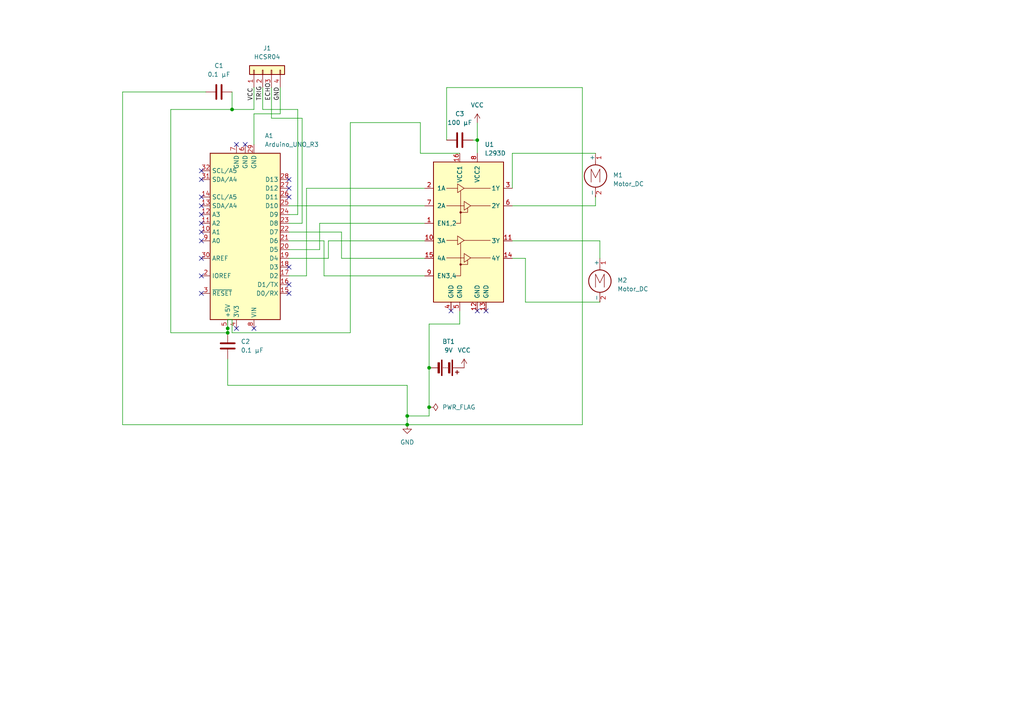
<source format=kicad_sch>
(kicad_sch
	(version 20250114)
	(generator "eeschema")
	(generator_version "9.0")
	(uuid "d237b991-5273-40aa-a3e5-4988e1fc2741")
	(paper "A4")
	(lib_symbols
		(symbol "Connector_Generic:Conn_01x04"
			(pin_names
				(offset 1.016)
				(hide yes)
			)
			(exclude_from_sim no)
			(in_bom yes)
			(on_board yes)
			(property "Reference" "J"
				(at 0 5.08 0)
				(effects
					(font
						(size 1.27 1.27)
					)
				)
			)
			(property "Value" "Conn_01x04"
				(at 0 -7.62 0)
				(effects
					(font
						(size 1.27 1.27)
					)
				)
			)
			(property "Footprint" ""
				(at 0 0 0)
				(effects
					(font
						(size 1.27 1.27)
					)
					(hide yes)
				)
			)
			(property "Datasheet" "~"
				(at 0 0 0)
				(effects
					(font
						(size 1.27 1.27)
					)
					(hide yes)
				)
			)
			(property "Description" "Generic connector, single row, 01x04, script generated (kicad-library-utils/schlib/autogen/connector/)"
				(at 0 0 0)
				(effects
					(font
						(size 1.27 1.27)
					)
					(hide yes)
				)
			)
			(property "ki_keywords" "connector"
				(at 0 0 0)
				(effects
					(font
						(size 1.27 1.27)
					)
					(hide yes)
				)
			)
			(property "ki_fp_filters" "Connector*:*_1x??_*"
				(at 0 0 0)
				(effects
					(font
						(size 1.27 1.27)
					)
					(hide yes)
				)
			)
			(symbol "Conn_01x04_1_1"
				(rectangle
					(start -1.27 3.81)
					(end 1.27 -6.35)
					(stroke
						(width 0.254)
						(type default)
					)
					(fill
						(type background)
					)
				)
				(rectangle
					(start -1.27 2.667)
					(end 0 2.413)
					(stroke
						(width 0.1524)
						(type default)
					)
					(fill
						(type none)
					)
				)
				(rectangle
					(start -1.27 0.127)
					(end 0 -0.127)
					(stroke
						(width 0.1524)
						(type default)
					)
					(fill
						(type none)
					)
				)
				(rectangle
					(start -1.27 -2.413)
					(end 0 -2.667)
					(stroke
						(width 0.1524)
						(type default)
					)
					(fill
						(type none)
					)
				)
				(rectangle
					(start -1.27 -4.953)
					(end 0 -5.207)
					(stroke
						(width 0.1524)
						(type default)
					)
					(fill
						(type none)
					)
				)
				(pin passive line
					(at -5.08 2.54 0)
					(length 3.81)
					(name "Pin_1"
						(effects
							(font
								(size 1.27 1.27)
							)
						)
					)
					(number "1"
						(effects
							(font
								(size 1.27 1.27)
							)
						)
					)
				)
				(pin passive line
					(at -5.08 0 0)
					(length 3.81)
					(name "Pin_2"
						(effects
							(font
								(size 1.27 1.27)
							)
						)
					)
					(number "2"
						(effects
							(font
								(size 1.27 1.27)
							)
						)
					)
				)
				(pin passive line
					(at -5.08 -2.54 0)
					(length 3.81)
					(name "Pin_3"
						(effects
							(font
								(size 1.27 1.27)
							)
						)
					)
					(number "3"
						(effects
							(font
								(size 1.27 1.27)
							)
						)
					)
				)
				(pin passive line
					(at -5.08 -5.08 0)
					(length 3.81)
					(name "Pin_4"
						(effects
							(font
								(size 1.27 1.27)
							)
						)
					)
					(number "4"
						(effects
							(font
								(size 1.27 1.27)
							)
						)
					)
				)
			)
			(embedded_fonts no)
		)
		(symbol "Device:Battery"
			(pin_numbers
				(hide yes)
			)
			(pin_names
				(offset 0)
				(hide yes)
			)
			(exclude_from_sim no)
			(in_bom yes)
			(on_board yes)
			(property "Reference" "BT"
				(at 2.54 2.54 0)
				(effects
					(font
						(size 1.27 1.27)
					)
					(justify left)
				)
			)
			(property "Value" "Battery"
				(at 2.54 0 0)
				(effects
					(font
						(size 1.27 1.27)
					)
					(justify left)
				)
			)
			(property "Footprint" ""
				(at 0 1.524 90)
				(effects
					(font
						(size 1.27 1.27)
					)
					(hide yes)
				)
			)
			(property "Datasheet" "~"
				(at 0 1.524 90)
				(effects
					(font
						(size 1.27 1.27)
					)
					(hide yes)
				)
			)
			(property "Description" "Multiple-cell battery"
				(at 0 0 0)
				(effects
					(font
						(size 1.27 1.27)
					)
					(hide yes)
				)
			)
			(property "ki_keywords" "batt voltage-source cell"
				(at 0 0 0)
				(effects
					(font
						(size 1.27 1.27)
					)
					(hide yes)
				)
			)
			(symbol "Battery_0_1"
				(rectangle
					(start -2.286 1.778)
					(end 2.286 1.524)
					(stroke
						(width 0)
						(type default)
					)
					(fill
						(type outline)
					)
				)
				(rectangle
					(start -2.286 -1.27)
					(end 2.286 -1.524)
					(stroke
						(width 0)
						(type default)
					)
					(fill
						(type outline)
					)
				)
				(rectangle
					(start -1.524 1.016)
					(end 1.524 0.508)
					(stroke
						(width 0)
						(type default)
					)
					(fill
						(type outline)
					)
				)
				(rectangle
					(start -1.524 -2.032)
					(end 1.524 -2.54)
					(stroke
						(width 0)
						(type default)
					)
					(fill
						(type outline)
					)
				)
				(polyline
					(pts
						(xy 0 1.778) (xy 0 2.54)
					)
					(stroke
						(width 0)
						(type default)
					)
					(fill
						(type none)
					)
				)
				(polyline
					(pts
						(xy 0 0) (xy 0 0.254)
					)
					(stroke
						(width 0)
						(type default)
					)
					(fill
						(type none)
					)
				)
				(polyline
					(pts
						(xy 0 -0.508) (xy 0 -0.254)
					)
					(stroke
						(width 0)
						(type default)
					)
					(fill
						(type none)
					)
				)
				(polyline
					(pts
						(xy 0 -1.016) (xy 0 -0.762)
					)
					(stroke
						(width 0)
						(type default)
					)
					(fill
						(type none)
					)
				)
				(polyline
					(pts
						(xy 0.762 3.048) (xy 1.778 3.048)
					)
					(stroke
						(width 0.254)
						(type default)
					)
					(fill
						(type none)
					)
				)
				(polyline
					(pts
						(xy 1.27 3.556) (xy 1.27 2.54)
					)
					(stroke
						(width 0.254)
						(type default)
					)
					(fill
						(type none)
					)
				)
			)
			(symbol "Battery_1_1"
				(pin passive line
					(at 0 5.08 270)
					(length 2.54)
					(name "+"
						(effects
							(font
								(size 1.27 1.27)
							)
						)
					)
					(number "1"
						(effects
							(font
								(size 1.27 1.27)
							)
						)
					)
				)
				(pin passive line
					(at 0 -5.08 90)
					(length 2.54)
					(name "-"
						(effects
							(font
								(size 1.27 1.27)
							)
						)
					)
					(number "2"
						(effects
							(font
								(size 1.27 1.27)
							)
						)
					)
				)
			)
			(embedded_fonts no)
		)
		(symbol "Device:C"
			(pin_numbers
				(hide yes)
			)
			(pin_names
				(offset 0.254)
			)
			(exclude_from_sim no)
			(in_bom yes)
			(on_board yes)
			(property "Reference" "C"
				(at 0.635 2.54 0)
				(effects
					(font
						(size 1.27 1.27)
					)
					(justify left)
				)
			)
			(property "Value" "C"
				(at 0.635 -2.54 0)
				(effects
					(font
						(size 1.27 1.27)
					)
					(justify left)
				)
			)
			(property "Footprint" ""
				(at 0.9652 -3.81 0)
				(effects
					(font
						(size 1.27 1.27)
					)
					(hide yes)
				)
			)
			(property "Datasheet" "~"
				(at 0 0 0)
				(effects
					(font
						(size 1.27 1.27)
					)
					(hide yes)
				)
			)
			(property "Description" "Unpolarized capacitor"
				(at 0 0 0)
				(effects
					(font
						(size 1.27 1.27)
					)
					(hide yes)
				)
			)
			(property "ki_keywords" "cap capacitor"
				(at 0 0 0)
				(effects
					(font
						(size 1.27 1.27)
					)
					(hide yes)
				)
			)
			(property "ki_fp_filters" "C_*"
				(at 0 0 0)
				(effects
					(font
						(size 1.27 1.27)
					)
					(hide yes)
				)
			)
			(symbol "C_0_1"
				(polyline
					(pts
						(xy -2.032 0.762) (xy 2.032 0.762)
					)
					(stroke
						(width 0.508)
						(type default)
					)
					(fill
						(type none)
					)
				)
				(polyline
					(pts
						(xy -2.032 -0.762) (xy 2.032 -0.762)
					)
					(stroke
						(width 0.508)
						(type default)
					)
					(fill
						(type none)
					)
				)
			)
			(symbol "C_1_1"
				(pin passive line
					(at 0 3.81 270)
					(length 2.794)
					(name "~"
						(effects
							(font
								(size 1.27 1.27)
							)
						)
					)
					(number "1"
						(effects
							(font
								(size 1.27 1.27)
							)
						)
					)
				)
				(pin passive line
					(at 0 -3.81 90)
					(length 2.794)
					(name "~"
						(effects
							(font
								(size 1.27 1.27)
							)
						)
					)
					(number "2"
						(effects
							(font
								(size 1.27 1.27)
							)
						)
					)
				)
			)
			(embedded_fonts no)
		)
		(symbol "Driver_Motor:L293D"
			(pin_names
				(offset 1.016)
			)
			(exclude_from_sim no)
			(in_bom yes)
			(on_board yes)
			(property "Reference" "U"
				(at -5.08 26.035 0)
				(effects
					(font
						(size 1.27 1.27)
					)
					(justify right)
				)
			)
			(property "Value" "L293D"
				(at -5.08 24.13 0)
				(effects
					(font
						(size 1.27 1.27)
					)
					(justify right)
				)
			)
			(property "Footprint" "Package_DIP:DIP-16_W7.62mm"
				(at 6.35 -19.05 0)
				(effects
					(font
						(size 1.27 1.27)
					)
					(justify left)
					(hide yes)
				)
			)
			(property "Datasheet" "http://www.ti.com/lit/ds/symlink/l293.pdf"
				(at -7.62 17.78 0)
				(effects
					(font
						(size 1.27 1.27)
					)
					(hide yes)
				)
			)
			(property "Description" "Quadruple Half-H Drivers"
				(at 0 0 0)
				(effects
					(font
						(size 1.27 1.27)
					)
					(hide yes)
				)
			)
			(property "ki_keywords" "Half-H Driver Motor"
				(at 0 0 0)
				(effects
					(font
						(size 1.27 1.27)
					)
					(hide yes)
				)
			)
			(property "ki_fp_filters" "DIP*W7.62mm*"
				(at 0 0 0)
				(effects
					(font
						(size 1.27 1.27)
					)
					(hide yes)
				)
			)
			(symbol "L293D_0_1"
				(rectangle
					(start -10.16 22.86)
					(end 10.16 -17.78)
					(stroke
						(width 0.254)
						(type default)
					)
					(fill
						(type background)
					)
				)
				(polyline
					(pts
						(xy -6.35 15.24) (xy -3.175 15.24)
					)
					(stroke
						(width 0)
						(type default)
					)
					(fill
						(type none)
					)
				)
				(polyline
					(pts
						(xy -6.35 10.16) (xy -1.27 10.16)
					)
					(stroke
						(width 0)
						(type default)
					)
					(fill
						(type none)
					)
				)
				(polyline
					(pts
						(xy -6.35 0.127) (xy -3.175 0.127)
					)
					(stroke
						(width 0)
						(type default)
					)
					(fill
						(type none)
					)
				)
				(polyline
					(pts
						(xy -6.35 -4.953) (xy -1.27 -4.953)
					)
					(stroke
						(width 0)
						(type default)
					)
					(fill
						(type none)
					)
				)
				(polyline
					(pts
						(xy -3.175 16.51) (xy -3.175 13.97) (xy -1.27 15.24) (xy -3.175 16.51)
					)
					(stroke
						(width 0)
						(type default)
					)
					(fill
						(type none)
					)
				)
				(polyline
					(pts
						(xy -3.175 1.397) (xy -3.175 -1.143) (xy -1.27 0.127) (xy -3.175 1.397)
					)
					(stroke
						(width 0)
						(type default)
					)
					(fill
						(type none)
					)
				)
				(polyline
					(pts
						(xy -2.286 14.478) (xy -2.286 5.08) (xy -3.556 5.08)
					)
					(stroke
						(width 0)
						(type default)
					)
					(fill
						(type none)
					)
				)
				(circle
					(center -2.286 8.255)
					(radius 0.254)
					(stroke
						(width 0)
						(type default)
					)
					(fill
						(type outline)
					)
				)
				(polyline
					(pts
						(xy -2.286 8.255) (xy -0.254 8.255) (xy -0.254 9.525)
					)
					(stroke
						(width 0)
						(type default)
					)
					(fill
						(type none)
					)
				)
				(polyline
					(pts
						(xy -2.286 -0.635) (xy -2.286 -10.16) (xy -3.556 -10.16)
					)
					(stroke
						(width 0)
						(type default)
					)
					(fill
						(type none)
					)
				)
				(circle
					(center -2.286 -6.858)
					(radius 0.254)
					(stroke
						(width 0)
						(type default)
					)
					(fill
						(type outline)
					)
				)
				(polyline
					(pts
						(xy -2.286 -6.858) (xy -0.254 -6.858) (xy -0.254 -5.588)
					)
					(stroke
						(width 0)
						(type default)
					)
					(fill
						(type none)
					)
				)
				(polyline
					(pts
						(xy -1.27 15.24) (xy 6.35 15.24)
					)
					(stroke
						(width 0)
						(type default)
					)
					(fill
						(type none)
					)
				)
				(polyline
					(pts
						(xy -1.27 11.43) (xy -1.27 8.89) (xy 0.635 10.16) (xy -1.27 11.43)
					)
					(stroke
						(width 0)
						(type default)
					)
					(fill
						(type none)
					)
				)
				(polyline
					(pts
						(xy -1.27 0.127) (xy 6.35 0.127)
					)
					(stroke
						(width 0)
						(type default)
					)
					(fill
						(type none)
					)
				)
				(polyline
					(pts
						(xy -1.27 -3.683) (xy -1.27 -6.223) (xy 0.635 -4.953) (xy -1.27 -3.683)
					)
					(stroke
						(width 0)
						(type default)
					)
					(fill
						(type none)
					)
				)
				(polyline
					(pts
						(xy 0.635 10.16) (xy 6.35 10.16)
					)
					(stroke
						(width 0)
						(type default)
					)
					(fill
						(type none)
					)
				)
				(polyline
					(pts
						(xy 0.635 -4.953) (xy 6.35 -4.953)
					)
					(stroke
						(width 0)
						(type default)
					)
					(fill
						(type none)
					)
				)
			)
			(symbol "L293D_1_1"
				(pin input line
					(at -12.7 15.24 0)
					(length 2.54)
					(name "1A"
						(effects
							(font
								(size 1.27 1.27)
							)
						)
					)
					(number "2"
						(effects
							(font
								(size 1.27 1.27)
							)
						)
					)
				)
				(pin input line
					(at -12.7 10.16 0)
					(length 2.54)
					(name "2A"
						(effects
							(font
								(size 1.27 1.27)
							)
						)
					)
					(number "7"
						(effects
							(font
								(size 1.27 1.27)
							)
						)
					)
				)
				(pin input line
					(at -12.7 5.08 0)
					(length 2.54)
					(name "EN1,2"
						(effects
							(font
								(size 1.27 1.27)
							)
						)
					)
					(number "1"
						(effects
							(font
								(size 1.27 1.27)
							)
						)
					)
				)
				(pin input line
					(at -12.7 0 0)
					(length 2.54)
					(name "3A"
						(effects
							(font
								(size 1.27 1.27)
							)
						)
					)
					(number "10"
						(effects
							(font
								(size 1.27 1.27)
							)
						)
					)
				)
				(pin input line
					(at -12.7 -5.08 0)
					(length 2.54)
					(name "4A"
						(effects
							(font
								(size 1.27 1.27)
							)
						)
					)
					(number "15"
						(effects
							(font
								(size 1.27 1.27)
							)
						)
					)
				)
				(pin input line
					(at -12.7 -10.16 0)
					(length 2.54)
					(name "EN3,4"
						(effects
							(font
								(size 1.27 1.27)
							)
						)
					)
					(number "9"
						(effects
							(font
								(size 1.27 1.27)
							)
						)
					)
				)
				(pin power_in line
					(at -5.08 -20.32 90)
					(length 2.54)
					(name "GND"
						(effects
							(font
								(size 1.27 1.27)
							)
						)
					)
					(number "4"
						(effects
							(font
								(size 1.27 1.27)
							)
						)
					)
				)
				(pin power_in line
					(at -2.54 25.4 270)
					(length 2.54)
					(name "VCC1"
						(effects
							(font
								(size 1.27 1.27)
							)
						)
					)
					(number "16"
						(effects
							(font
								(size 1.27 1.27)
							)
						)
					)
				)
				(pin power_in line
					(at -2.54 -20.32 90)
					(length 2.54)
					(name "GND"
						(effects
							(font
								(size 1.27 1.27)
							)
						)
					)
					(number "5"
						(effects
							(font
								(size 1.27 1.27)
							)
						)
					)
				)
				(pin power_in line
					(at 2.54 25.4 270)
					(length 2.54)
					(name "VCC2"
						(effects
							(font
								(size 1.27 1.27)
							)
						)
					)
					(number "8"
						(effects
							(font
								(size 1.27 1.27)
							)
						)
					)
				)
				(pin power_in line
					(at 2.54 -20.32 90)
					(length 2.54)
					(name "GND"
						(effects
							(font
								(size 1.27 1.27)
							)
						)
					)
					(number "12"
						(effects
							(font
								(size 1.27 1.27)
							)
						)
					)
				)
				(pin power_in line
					(at 5.08 -20.32 90)
					(length 2.54)
					(name "GND"
						(effects
							(font
								(size 1.27 1.27)
							)
						)
					)
					(number "13"
						(effects
							(font
								(size 1.27 1.27)
							)
						)
					)
				)
				(pin output line
					(at 12.7 15.24 180)
					(length 2.54)
					(name "1Y"
						(effects
							(font
								(size 1.27 1.27)
							)
						)
					)
					(number "3"
						(effects
							(font
								(size 1.27 1.27)
							)
						)
					)
				)
				(pin output line
					(at 12.7 10.16 180)
					(length 2.54)
					(name "2Y"
						(effects
							(font
								(size 1.27 1.27)
							)
						)
					)
					(number "6"
						(effects
							(font
								(size 1.27 1.27)
							)
						)
					)
				)
				(pin output line
					(at 12.7 0 180)
					(length 2.54)
					(name "3Y"
						(effects
							(font
								(size 1.27 1.27)
							)
						)
					)
					(number "11"
						(effects
							(font
								(size 1.27 1.27)
							)
						)
					)
				)
				(pin output line
					(at 12.7 -5.08 180)
					(length 2.54)
					(name "4Y"
						(effects
							(font
								(size 1.27 1.27)
							)
						)
					)
					(number "14"
						(effects
							(font
								(size 1.27 1.27)
							)
						)
					)
				)
			)
			(embedded_fonts no)
		)
		(symbol "MCU_Module:Arduino_UNO_R3"
			(exclude_from_sim no)
			(in_bom yes)
			(on_board yes)
			(property "Reference" "A"
				(at -10.16 23.495 0)
				(effects
					(font
						(size 1.27 1.27)
					)
					(justify left bottom)
				)
			)
			(property "Value" "Arduino_UNO_R3"
				(at 5.08 -26.67 0)
				(effects
					(font
						(size 1.27 1.27)
					)
					(justify left top)
				)
			)
			(property "Footprint" "Module:Arduino_UNO_R3"
				(at 0 0 0)
				(effects
					(font
						(size 1.27 1.27)
						(italic yes)
					)
					(hide yes)
				)
			)
			(property "Datasheet" "https://www.arduino.cc/en/Main/arduinoBoardUno"
				(at 0 0 0)
				(effects
					(font
						(size 1.27 1.27)
					)
					(hide yes)
				)
			)
			(property "Description" "Arduino UNO Microcontroller Module, release 3"
				(at 0 0 0)
				(effects
					(font
						(size 1.27 1.27)
					)
					(hide yes)
				)
			)
			(property "ki_keywords" "Arduino UNO R3 Microcontroller Module Atmel AVR USB"
				(at 0 0 0)
				(effects
					(font
						(size 1.27 1.27)
					)
					(hide yes)
				)
			)
			(property "ki_fp_filters" "Arduino*UNO*R3*"
				(at 0 0 0)
				(effects
					(font
						(size 1.27 1.27)
					)
					(hide yes)
				)
			)
			(symbol "Arduino_UNO_R3_0_1"
				(rectangle
					(start -10.16 22.86)
					(end 10.16 -25.4)
					(stroke
						(width 0.254)
						(type default)
					)
					(fill
						(type background)
					)
				)
			)
			(symbol "Arduino_UNO_R3_1_1"
				(pin bidirectional line
					(at -12.7 15.24 0)
					(length 2.54)
					(name "D0/RX"
						(effects
							(font
								(size 1.27 1.27)
							)
						)
					)
					(number "15"
						(effects
							(font
								(size 1.27 1.27)
							)
						)
					)
				)
				(pin bidirectional line
					(at -12.7 12.7 0)
					(length 2.54)
					(name "D1/TX"
						(effects
							(font
								(size 1.27 1.27)
							)
						)
					)
					(number "16"
						(effects
							(font
								(size 1.27 1.27)
							)
						)
					)
				)
				(pin bidirectional line
					(at -12.7 10.16 0)
					(length 2.54)
					(name "D2"
						(effects
							(font
								(size 1.27 1.27)
							)
						)
					)
					(number "17"
						(effects
							(font
								(size 1.27 1.27)
							)
						)
					)
				)
				(pin bidirectional line
					(at -12.7 7.62 0)
					(length 2.54)
					(name "D3"
						(effects
							(font
								(size 1.27 1.27)
							)
						)
					)
					(number "18"
						(effects
							(font
								(size 1.27 1.27)
							)
						)
					)
				)
				(pin bidirectional line
					(at -12.7 5.08 0)
					(length 2.54)
					(name "D4"
						(effects
							(font
								(size 1.27 1.27)
							)
						)
					)
					(number "19"
						(effects
							(font
								(size 1.27 1.27)
							)
						)
					)
				)
				(pin bidirectional line
					(at -12.7 2.54 0)
					(length 2.54)
					(name "D5"
						(effects
							(font
								(size 1.27 1.27)
							)
						)
					)
					(number "20"
						(effects
							(font
								(size 1.27 1.27)
							)
						)
					)
				)
				(pin bidirectional line
					(at -12.7 0 0)
					(length 2.54)
					(name "D6"
						(effects
							(font
								(size 1.27 1.27)
							)
						)
					)
					(number "21"
						(effects
							(font
								(size 1.27 1.27)
							)
						)
					)
				)
				(pin bidirectional line
					(at -12.7 -2.54 0)
					(length 2.54)
					(name "D7"
						(effects
							(font
								(size 1.27 1.27)
							)
						)
					)
					(number "22"
						(effects
							(font
								(size 1.27 1.27)
							)
						)
					)
				)
				(pin bidirectional line
					(at -12.7 -5.08 0)
					(length 2.54)
					(name "D8"
						(effects
							(font
								(size 1.27 1.27)
							)
						)
					)
					(number "23"
						(effects
							(font
								(size 1.27 1.27)
							)
						)
					)
				)
				(pin bidirectional line
					(at -12.7 -7.62 0)
					(length 2.54)
					(name "D9"
						(effects
							(font
								(size 1.27 1.27)
							)
						)
					)
					(number "24"
						(effects
							(font
								(size 1.27 1.27)
							)
						)
					)
				)
				(pin bidirectional line
					(at -12.7 -10.16 0)
					(length 2.54)
					(name "D10"
						(effects
							(font
								(size 1.27 1.27)
							)
						)
					)
					(number "25"
						(effects
							(font
								(size 1.27 1.27)
							)
						)
					)
				)
				(pin bidirectional line
					(at -12.7 -12.7 0)
					(length 2.54)
					(name "D11"
						(effects
							(font
								(size 1.27 1.27)
							)
						)
					)
					(number "26"
						(effects
							(font
								(size 1.27 1.27)
							)
						)
					)
				)
				(pin bidirectional line
					(at -12.7 -15.24 0)
					(length 2.54)
					(name "D12"
						(effects
							(font
								(size 1.27 1.27)
							)
						)
					)
					(number "27"
						(effects
							(font
								(size 1.27 1.27)
							)
						)
					)
				)
				(pin bidirectional line
					(at -12.7 -17.78 0)
					(length 2.54)
					(name "D13"
						(effects
							(font
								(size 1.27 1.27)
							)
						)
					)
					(number "28"
						(effects
							(font
								(size 1.27 1.27)
							)
						)
					)
				)
				(pin no_connect line
					(at -10.16 -20.32 0)
					(length 2.54)
					(hide yes)
					(name "NC"
						(effects
							(font
								(size 1.27 1.27)
							)
						)
					)
					(number "1"
						(effects
							(font
								(size 1.27 1.27)
							)
						)
					)
				)
				(pin power_in line
					(at -2.54 25.4 270)
					(length 2.54)
					(name "VIN"
						(effects
							(font
								(size 1.27 1.27)
							)
						)
					)
					(number "8"
						(effects
							(font
								(size 1.27 1.27)
							)
						)
					)
				)
				(pin power_in line
					(at -2.54 -27.94 90)
					(length 2.54)
					(name "GND"
						(effects
							(font
								(size 1.27 1.27)
							)
						)
					)
					(number "29"
						(effects
							(font
								(size 1.27 1.27)
							)
						)
					)
				)
				(pin power_in line
					(at 0 -27.94 90)
					(length 2.54)
					(name "GND"
						(effects
							(font
								(size 1.27 1.27)
							)
						)
					)
					(number "6"
						(effects
							(font
								(size 1.27 1.27)
							)
						)
					)
				)
				(pin power_out line
					(at 2.54 25.4 270)
					(length 2.54)
					(name "3V3"
						(effects
							(font
								(size 1.27 1.27)
							)
						)
					)
					(number "4"
						(effects
							(font
								(size 1.27 1.27)
							)
						)
					)
				)
				(pin power_in line
					(at 2.54 -27.94 90)
					(length 2.54)
					(name "GND"
						(effects
							(font
								(size 1.27 1.27)
							)
						)
					)
					(number "7"
						(effects
							(font
								(size 1.27 1.27)
							)
						)
					)
				)
				(pin power_out line
					(at 5.08 25.4 270)
					(length 2.54)
					(name "+5V"
						(effects
							(font
								(size 1.27 1.27)
							)
						)
					)
					(number "5"
						(effects
							(font
								(size 1.27 1.27)
							)
						)
					)
				)
				(pin input line
					(at 12.7 15.24 180)
					(length 2.54)
					(name "~{RESET}"
						(effects
							(font
								(size 1.27 1.27)
							)
						)
					)
					(number "3"
						(effects
							(font
								(size 1.27 1.27)
							)
						)
					)
				)
				(pin output line
					(at 12.7 10.16 180)
					(length 2.54)
					(name "IOREF"
						(effects
							(font
								(size 1.27 1.27)
							)
						)
					)
					(number "2"
						(effects
							(font
								(size 1.27 1.27)
							)
						)
					)
				)
				(pin input line
					(at 12.7 5.08 180)
					(length 2.54)
					(name "AREF"
						(effects
							(font
								(size 1.27 1.27)
							)
						)
					)
					(number "30"
						(effects
							(font
								(size 1.27 1.27)
							)
						)
					)
				)
				(pin bidirectional line
					(at 12.7 0 180)
					(length 2.54)
					(name "A0"
						(effects
							(font
								(size 1.27 1.27)
							)
						)
					)
					(number "9"
						(effects
							(font
								(size 1.27 1.27)
							)
						)
					)
				)
				(pin bidirectional line
					(at 12.7 -2.54 180)
					(length 2.54)
					(name "A1"
						(effects
							(font
								(size 1.27 1.27)
							)
						)
					)
					(number "10"
						(effects
							(font
								(size 1.27 1.27)
							)
						)
					)
				)
				(pin bidirectional line
					(at 12.7 -5.08 180)
					(length 2.54)
					(name "A2"
						(effects
							(font
								(size 1.27 1.27)
							)
						)
					)
					(number "11"
						(effects
							(font
								(size 1.27 1.27)
							)
						)
					)
				)
				(pin bidirectional line
					(at 12.7 -7.62 180)
					(length 2.54)
					(name "A3"
						(effects
							(font
								(size 1.27 1.27)
							)
						)
					)
					(number "12"
						(effects
							(font
								(size 1.27 1.27)
							)
						)
					)
				)
				(pin bidirectional line
					(at 12.7 -10.16 180)
					(length 2.54)
					(name "SDA/A4"
						(effects
							(font
								(size 1.27 1.27)
							)
						)
					)
					(number "13"
						(effects
							(font
								(size 1.27 1.27)
							)
						)
					)
				)
				(pin bidirectional line
					(at 12.7 -12.7 180)
					(length 2.54)
					(name "SCL/A5"
						(effects
							(font
								(size 1.27 1.27)
							)
						)
					)
					(number "14"
						(effects
							(font
								(size 1.27 1.27)
							)
						)
					)
				)
				(pin bidirectional line
					(at 12.7 -17.78 180)
					(length 2.54)
					(name "SDA/A4"
						(effects
							(font
								(size 1.27 1.27)
							)
						)
					)
					(number "31"
						(effects
							(font
								(size 1.27 1.27)
							)
						)
					)
				)
				(pin bidirectional line
					(at 12.7 -20.32 180)
					(length 2.54)
					(name "SCL/A5"
						(effects
							(font
								(size 1.27 1.27)
							)
						)
					)
					(number "32"
						(effects
							(font
								(size 1.27 1.27)
							)
						)
					)
				)
			)
			(embedded_fonts no)
		)
		(symbol "Motor:Motor_DC"
			(pin_names
				(offset 0)
			)
			(exclude_from_sim no)
			(in_bom yes)
			(on_board yes)
			(property "Reference" "M"
				(at 2.54 2.54 0)
				(effects
					(font
						(size 1.27 1.27)
					)
					(justify left)
				)
			)
			(property "Value" "Motor_DC"
				(at 2.54 -5.08 0)
				(effects
					(font
						(size 1.27 1.27)
					)
					(justify left top)
				)
			)
			(property "Footprint" ""
				(at 0 -2.286 0)
				(effects
					(font
						(size 1.27 1.27)
					)
					(hide yes)
				)
			)
			(property "Datasheet" "~"
				(at 0 -2.286 0)
				(effects
					(font
						(size 1.27 1.27)
					)
					(hide yes)
				)
			)
			(property "Description" "DC Motor"
				(at 0 0 0)
				(effects
					(font
						(size 1.27 1.27)
					)
					(hide yes)
				)
			)
			(property "ki_keywords" "DC Motor"
				(at 0 0 0)
				(effects
					(font
						(size 1.27 1.27)
					)
					(hide yes)
				)
			)
			(property "ki_fp_filters" "PinHeader*P2.54mm* TerminalBlock*"
				(at 0 0 0)
				(effects
					(font
						(size 1.27 1.27)
					)
					(hide yes)
				)
			)
			(symbol "Motor_DC_0_0"
				(polyline
					(pts
						(xy -1.27 -3.302) (xy -1.27 0.508) (xy 0 -2.032) (xy 1.27 0.508) (xy 1.27 -3.302)
					)
					(stroke
						(width 0)
						(type default)
					)
					(fill
						(type none)
					)
				)
			)
			(symbol "Motor_DC_0_1"
				(polyline
					(pts
						(xy 0 2.032) (xy 0 2.54)
					)
					(stroke
						(width 0)
						(type default)
					)
					(fill
						(type none)
					)
				)
				(polyline
					(pts
						(xy 0 1.7272) (xy 0 2.0828)
					)
					(stroke
						(width 0)
						(type default)
					)
					(fill
						(type none)
					)
				)
				(circle
					(center 0 -1.524)
					(radius 3.2512)
					(stroke
						(width 0.254)
						(type default)
					)
					(fill
						(type none)
					)
				)
				(polyline
					(pts
						(xy 0 -4.7752) (xy 0 -5.1816)
					)
					(stroke
						(width 0)
						(type default)
					)
					(fill
						(type none)
					)
				)
				(polyline
					(pts
						(xy 0 -7.62) (xy 0 -7.112)
					)
					(stroke
						(width 0)
						(type default)
					)
					(fill
						(type none)
					)
				)
			)
			(symbol "Motor_DC_1_1"
				(pin passive line
					(at 0 5.08 270)
					(length 2.54)
					(name "+"
						(effects
							(font
								(size 1.27 1.27)
							)
						)
					)
					(number "1"
						(effects
							(font
								(size 1.27 1.27)
							)
						)
					)
				)
				(pin passive line
					(at 0 -7.62 90)
					(length 2.54)
					(name "-"
						(effects
							(font
								(size 1.27 1.27)
							)
						)
					)
					(number "2"
						(effects
							(font
								(size 1.27 1.27)
							)
						)
					)
				)
			)
			(embedded_fonts no)
		)
		(symbol "power:GND"
			(power)
			(pin_numbers
				(hide yes)
			)
			(pin_names
				(offset 0)
				(hide yes)
			)
			(exclude_from_sim no)
			(in_bom yes)
			(on_board yes)
			(property "Reference" "#PWR"
				(at 0 -6.35 0)
				(effects
					(font
						(size 1.27 1.27)
					)
					(hide yes)
				)
			)
			(property "Value" "GND"
				(at 0 -3.81 0)
				(effects
					(font
						(size 1.27 1.27)
					)
				)
			)
			(property "Footprint" ""
				(at 0 0 0)
				(effects
					(font
						(size 1.27 1.27)
					)
					(hide yes)
				)
			)
			(property "Datasheet" ""
				(at 0 0 0)
				(effects
					(font
						(size 1.27 1.27)
					)
					(hide yes)
				)
			)
			(property "Description" "Power symbol creates a global label with name \"GND\" , ground"
				(at 0 0 0)
				(effects
					(font
						(size 1.27 1.27)
					)
					(hide yes)
				)
			)
			(property "ki_keywords" "global power"
				(at 0 0 0)
				(effects
					(font
						(size 1.27 1.27)
					)
					(hide yes)
				)
			)
			(symbol "GND_0_1"
				(polyline
					(pts
						(xy 0 0) (xy 0 -1.27) (xy 1.27 -1.27) (xy 0 -2.54) (xy -1.27 -1.27) (xy 0 -1.27)
					)
					(stroke
						(width 0)
						(type default)
					)
					(fill
						(type none)
					)
				)
			)
			(symbol "GND_1_1"
				(pin power_in line
					(at 0 0 270)
					(length 0)
					(name "~"
						(effects
							(font
								(size 1.27 1.27)
							)
						)
					)
					(number "1"
						(effects
							(font
								(size 1.27 1.27)
							)
						)
					)
				)
			)
			(embedded_fonts no)
		)
		(symbol "power:PWR_FLAG"
			(power)
			(pin_numbers
				(hide yes)
			)
			(pin_names
				(offset 0)
				(hide yes)
			)
			(exclude_from_sim no)
			(in_bom yes)
			(on_board yes)
			(property "Reference" "#FLG"
				(at 0 1.905 0)
				(effects
					(font
						(size 1.27 1.27)
					)
					(hide yes)
				)
			)
			(property "Value" "PWR_FLAG"
				(at 0 3.81 0)
				(effects
					(font
						(size 1.27 1.27)
					)
				)
			)
			(property "Footprint" ""
				(at 0 0 0)
				(effects
					(font
						(size 1.27 1.27)
					)
					(hide yes)
				)
			)
			(property "Datasheet" "~"
				(at 0 0 0)
				(effects
					(font
						(size 1.27 1.27)
					)
					(hide yes)
				)
			)
			(property "Description" "Special symbol for telling ERC where power comes from"
				(at 0 0 0)
				(effects
					(font
						(size 1.27 1.27)
					)
					(hide yes)
				)
			)
			(property "ki_keywords" "flag power"
				(at 0 0 0)
				(effects
					(font
						(size 1.27 1.27)
					)
					(hide yes)
				)
			)
			(symbol "PWR_FLAG_0_0"
				(pin power_out line
					(at 0 0 90)
					(length 0)
					(name "~"
						(effects
							(font
								(size 1.27 1.27)
							)
						)
					)
					(number "1"
						(effects
							(font
								(size 1.27 1.27)
							)
						)
					)
				)
			)
			(symbol "PWR_FLAG_0_1"
				(polyline
					(pts
						(xy 0 0) (xy 0 1.27) (xy -1.016 1.905) (xy 0 2.54) (xy 1.016 1.905) (xy 0 1.27)
					)
					(stroke
						(width 0)
						(type default)
					)
					(fill
						(type none)
					)
				)
			)
			(embedded_fonts no)
		)
		(symbol "power:VCC"
			(power)
			(pin_numbers
				(hide yes)
			)
			(pin_names
				(offset 0)
				(hide yes)
			)
			(exclude_from_sim no)
			(in_bom yes)
			(on_board yes)
			(property "Reference" "#PWR"
				(at 0 -3.81 0)
				(effects
					(font
						(size 1.27 1.27)
					)
					(hide yes)
				)
			)
			(property "Value" "VCC"
				(at 0 3.556 0)
				(effects
					(font
						(size 1.27 1.27)
					)
				)
			)
			(property "Footprint" ""
				(at 0 0 0)
				(effects
					(font
						(size 1.27 1.27)
					)
					(hide yes)
				)
			)
			(property "Datasheet" ""
				(at 0 0 0)
				(effects
					(font
						(size 1.27 1.27)
					)
					(hide yes)
				)
			)
			(property "Description" "Power symbol creates a global label with name \"VCC\""
				(at 0 0 0)
				(effects
					(font
						(size 1.27 1.27)
					)
					(hide yes)
				)
			)
			(property "ki_keywords" "global power"
				(at 0 0 0)
				(effects
					(font
						(size 1.27 1.27)
					)
					(hide yes)
				)
			)
			(symbol "VCC_0_1"
				(polyline
					(pts
						(xy -0.762 1.27) (xy 0 2.54)
					)
					(stroke
						(width 0)
						(type default)
					)
					(fill
						(type none)
					)
				)
				(polyline
					(pts
						(xy 0 2.54) (xy 0.762 1.27)
					)
					(stroke
						(width 0)
						(type default)
					)
					(fill
						(type none)
					)
				)
				(polyline
					(pts
						(xy 0 0) (xy 0 2.54)
					)
					(stroke
						(width 0)
						(type default)
					)
					(fill
						(type none)
					)
				)
			)
			(symbol "VCC_1_1"
				(pin power_in line
					(at 0 0 90)
					(length 0)
					(name "~"
						(effects
							(font
								(size 1.27 1.27)
							)
						)
					)
					(number "1"
						(effects
							(font
								(size 1.27 1.27)
							)
						)
					)
				)
			)
			(embedded_fonts no)
		)
	)
	(junction
		(at 118.11 123.19)
		(diameter 0)
		(color 0 0 0 0)
		(uuid "062718d5-7ecc-4760-bdb4-538ff4901451")
	)
	(junction
		(at 66.04 95.25)
		(diameter 0)
		(color 0 0 0 0)
		(uuid "084f8da1-d4d9-4c2a-9eed-efaf086d2ff0")
	)
	(junction
		(at 124.46 106.68)
		(diameter 0)
		(color 0 0 0 0)
		(uuid "08c1c589-77a2-47b4-bdc7-1766fd18fed7")
	)
	(junction
		(at 67.31 31.75)
		(diameter 0)
		(color 0 0 0 0)
		(uuid "4ce2843f-3cb1-49a8-bbbf-91ed50f753bc")
	)
	(junction
		(at 66.04 96.52)
		(diameter 0)
		(color 0 0 0 0)
		(uuid "6cdfeff4-dcc6-48ab-96ce-6d7b08cffef6")
	)
	(junction
		(at 138.43 40.64)
		(diameter 0)
		(color 0 0 0 0)
		(uuid "ae3551a8-0ffb-4901-8610-196544faaab0")
	)
	(junction
		(at 118.11 120.65)
		(diameter 0)
		(color 0 0 0 0)
		(uuid "d36edd87-9539-49a4-a438-000205564c10")
	)
	(junction
		(at 124.46 118.11)
		(diameter 0)
		(color 0 0 0 0)
		(uuid "fc0a7fd4-03c9-4e2e-b6b7-1df0b3659e28")
	)
	(no_connect
		(at 68.58 41.91)
		(uuid "0037ddaf-e100-4f7e-9fa0-dc8d0b451fd1")
	)
	(no_connect
		(at 58.42 62.23)
		(uuid "062e138e-33e0-4265-8068-d355415b83cc")
	)
	(no_connect
		(at 58.42 59.69)
		(uuid "0ad56506-aab5-40ce-9e50-4142d6da9fbe")
	)
	(no_connect
		(at 83.82 85.09)
		(uuid "10210c6b-6866-4c80-991d-4100b0d6c186")
	)
	(no_connect
		(at 58.42 57.15)
		(uuid "1761573a-89a7-4bf9-af54-b84bc317d734")
	)
	(no_connect
		(at 138.43 90.17)
		(uuid "18cbc4e7-3d2c-4a1c-b4ea-b8604ebd3b00")
	)
	(no_connect
		(at 83.82 77.47)
		(uuid "35738673-d01e-4731-b388-edad646c6b43")
	)
	(no_connect
		(at 71.12 41.91)
		(uuid "452cc768-c881-451c-8bfc-a3922e604113")
	)
	(no_connect
		(at 130.81 90.17)
		(uuid "469385ef-93c8-4f74-803f-8dd319992240")
	)
	(no_connect
		(at 83.82 57.15)
		(uuid "57c452db-d8cc-4c75-a46d-3d6ed046ee71")
	)
	(no_connect
		(at 58.42 85.09)
		(uuid "7ef91c72-cb17-4175-951f-ef2e67044d13")
	)
	(no_connect
		(at 68.58 95.25)
		(uuid "876a11e5-c72e-480f-a013-2a7c9e68bdc7")
	)
	(no_connect
		(at 83.82 54.61)
		(uuid "91d338a9-1d31-4f9c-ac91-54b4b2843676")
	)
	(no_connect
		(at 73.66 95.25)
		(uuid "92934dbf-a3e7-4447-a8a8-d899670187bf")
	)
	(no_connect
		(at 83.82 82.55)
		(uuid "932cc892-109a-485a-b000-223a8d3b3e28")
	)
	(no_connect
		(at 58.42 52.07)
		(uuid "95c634b1-5161-4b36-a09d-25532fb38c75")
	)
	(no_connect
		(at 83.82 52.07)
		(uuid "a99027a1-7582-49bd-bbde-a1b04363e49f")
	)
	(no_connect
		(at 140.97 90.17)
		(uuid "cd8faa49-780f-4efe-a7a6-2debd53915cb")
	)
	(no_connect
		(at 58.42 69.85)
		(uuid "d627d29e-d4d4-4e23-974d-8d1fc4d0070d")
	)
	(no_connect
		(at 58.42 80.01)
		(uuid "ddabb147-3444-4725-af66-41f4d8cc7489")
	)
	(no_connect
		(at 58.42 67.31)
		(uuid "ea75ed10-af21-41e7-9921-94a6711298ea")
	)
	(no_connect
		(at 58.42 49.53)
		(uuid "f2a62c86-7ea9-44e9-ac07-20951c692a1f")
	)
	(no_connect
		(at 58.42 64.77)
		(uuid "f5f98110-2b50-47bb-883d-c1ac2a572f1e")
	)
	(no_connect
		(at 58.42 74.93)
		(uuid "f899d58b-de46-4854-8e71-1a10ea71f75b")
	)
	(wire
		(pts
			(xy 95.25 69.85) (xy 95.25 74.93)
		)
		(stroke
			(width 0)
			(type default)
		)
		(uuid "03691400-b5d4-4544-a11c-7b3ed95058c1")
	)
	(wire
		(pts
			(xy 133.35 90.17) (xy 133.35 93.98)
		)
		(stroke
			(width 0)
			(type default)
		)
		(uuid "07f2e8ee-bf52-404d-91a6-706d07f13d95")
	)
	(wire
		(pts
			(xy 118.11 120.65) (xy 118.11 123.19)
		)
		(stroke
			(width 0)
			(type default)
		)
		(uuid "0c0f52ce-a351-466c-b50c-7a99575a839d")
	)
	(wire
		(pts
			(xy 123.19 64.77) (xy 92.71 64.77)
		)
		(stroke
			(width 0)
			(type default)
		)
		(uuid "0d574601-6ef9-491e-a08b-afd4a92776ba")
	)
	(wire
		(pts
			(xy 121.92 44.45) (xy 121.92 35.56)
		)
		(stroke
			(width 0)
			(type default)
		)
		(uuid "0fe612c9-1f49-485f-8466-49858647ae96")
	)
	(wire
		(pts
			(xy 172.72 57.15) (xy 172.72 59.69)
		)
		(stroke
			(width 0)
			(type default)
		)
		(uuid "10e78cba-b8a4-45cb-9522-5edb238b0c69")
	)
	(wire
		(pts
			(xy 123.19 69.85) (xy 95.25 69.85)
		)
		(stroke
			(width 0)
			(type default)
		)
		(uuid "134ba59e-600d-4f98-b095-bc65b4a147bf")
	)
	(wire
		(pts
			(xy 73.66 33.02) (xy 73.66 41.91)
		)
		(stroke
			(width 0)
			(type default)
		)
		(uuid "25a102e1-98da-4a9f-9e43-6e99abe36e0c")
	)
	(wire
		(pts
			(xy 124.46 106.68) (xy 124.46 118.11)
		)
		(stroke
			(width 0)
			(type default)
		)
		(uuid "29980713-c872-4d1d-b41b-6997ed929d0d")
	)
	(wire
		(pts
			(xy 118.11 111.76) (xy 118.11 120.65)
		)
		(stroke
			(width 0)
			(type default)
		)
		(uuid "29e6cd22-ba6d-47b3-b85e-f542940dc128")
	)
	(wire
		(pts
			(xy 67.31 26.67) (xy 67.31 31.75)
		)
		(stroke
			(width 0)
			(type default)
		)
		(uuid "2cff2639-8d54-4808-9831-6b474cb832bb")
	)
	(wire
		(pts
			(xy 81.28 25.4) (xy 81.28 33.02)
		)
		(stroke
			(width 0)
			(type default)
		)
		(uuid "2eb9e579-5e5f-4068-b6d0-54c28666c6ab")
	)
	(wire
		(pts
			(xy 76.2 31.75) (xy 86.36 31.75)
		)
		(stroke
			(width 0)
			(type default)
		)
		(uuid "2f411ce0-4f0b-427b-b914-4e0d3b41ee69")
	)
	(wire
		(pts
			(xy 172.72 44.45) (xy 148.59 44.45)
		)
		(stroke
			(width 0)
			(type default)
		)
		(uuid "32aa4fa8-0092-4cac-aeb5-166a432e190f")
	)
	(wire
		(pts
			(xy 83.82 67.31) (xy 99.06 67.31)
		)
		(stroke
			(width 0)
			(type default)
		)
		(uuid "33e0e364-ec0f-43e9-b6e8-b7dca18afcb8")
	)
	(wire
		(pts
			(xy 66.04 111.76) (xy 118.11 111.76)
		)
		(stroke
			(width 0)
			(type default)
		)
		(uuid "38e88ba9-0279-448b-8b4c-8eb2867e87a5")
	)
	(wire
		(pts
			(xy 173.99 87.63) (xy 152.4 87.63)
		)
		(stroke
			(width 0)
			(type default)
		)
		(uuid "3c524c9a-0353-4680-9cf5-ee8b46aba8cc")
	)
	(wire
		(pts
			(xy 101.6 96.52) (xy 67.31 96.52)
		)
		(stroke
			(width 0)
			(type default)
		)
		(uuid "40df1a8a-461d-40ba-8a92-d23ab9287a12")
	)
	(wire
		(pts
			(xy 172.72 59.69) (xy 148.59 59.69)
		)
		(stroke
			(width 0)
			(type default)
		)
		(uuid "414d2ab0-e72b-4363-bccb-221b6719ddaa")
	)
	(wire
		(pts
			(xy 92.71 64.77) (xy 92.71 72.39)
		)
		(stroke
			(width 0)
			(type default)
		)
		(uuid "41cb828c-46ac-4122-976f-01b515c435d6")
	)
	(wire
		(pts
			(xy 73.66 25.4) (xy 73.66 31.75)
		)
		(stroke
			(width 0)
			(type default)
		)
		(uuid "43411c8c-0156-45a0-9661-d63513286879")
	)
	(wire
		(pts
			(xy 76.2 25.4) (xy 76.2 31.75)
		)
		(stroke
			(width 0)
			(type default)
		)
		(uuid "493f35c4-45af-4c05-9aca-5547ade7efae")
	)
	(wire
		(pts
			(xy 93.98 80.01) (xy 93.98 69.85)
		)
		(stroke
			(width 0)
			(type default)
		)
		(uuid "4b068ece-1a30-43b9-96a3-d44b0625bb00")
	)
	(wire
		(pts
			(xy 49.53 96.52) (xy 66.04 96.52)
		)
		(stroke
			(width 0)
			(type default)
		)
		(uuid "4e4b0aea-bcd0-411e-a7c3-98baa0eee734")
	)
	(wire
		(pts
			(xy 152.4 87.63) (xy 152.4 74.93)
		)
		(stroke
			(width 0)
			(type default)
		)
		(uuid "51988d85-45d7-4a55-b0af-b53ac3132543")
	)
	(wire
		(pts
			(xy 78.74 25.4) (xy 78.74 34.29)
		)
		(stroke
			(width 0)
			(type default)
		)
		(uuid "5224acd2-c9cc-495a-bd5f-217656773f3d")
	)
	(wire
		(pts
			(xy 138.43 40.64) (xy 138.43 44.45)
		)
		(stroke
			(width 0)
			(type default)
		)
		(uuid "5817bf64-8d86-457b-9e6e-a9610f4a1a1a")
	)
	(wire
		(pts
			(xy 148.59 44.45) (xy 148.59 54.61)
		)
		(stroke
			(width 0)
			(type default)
		)
		(uuid "586dcc25-17c2-463d-b19d-db416c7e4bd0")
	)
	(wire
		(pts
			(xy 168.91 25.4) (xy 168.91 123.19)
		)
		(stroke
			(width 0)
			(type default)
		)
		(uuid "657cf6bf-11d9-4049-a0ac-da2806264efe")
	)
	(wire
		(pts
			(xy 148.59 69.85) (xy 173.99 69.85)
		)
		(stroke
			(width 0)
			(type default)
		)
		(uuid "67f38aab-2e12-4c3c-8f2a-87c1804f2aa1")
	)
	(wire
		(pts
			(xy 129.54 40.64) (xy 129.54 25.4)
		)
		(stroke
			(width 0)
			(type default)
		)
		(uuid "6d0087ba-27c7-45f7-9f37-3febdba72081")
	)
	(wire
		(pts
			(xy 67.31 31.75) (xy 73.66 31.75)
		)
		(stroke
			(width 0)
			(type default)
		)
		(uuid "6e15829b-3011-4ab5-b4b6-79b28ed6a016")
	)
	(wire
		(pts
			(xy 86.36 62.23) (xy 83.82 62.23)
		)
		(stroke
			(width 0)
			(type default)
		)
		(uuid "72180036-00a7-495b-af5b-4648b0068f1c")
	)
	(wire
		(pts
			(xy 101.6 35.56) (xy 101.6 96.52)
		)
		(stroke
			(width 0)
			(type default)
		)
		(uuid "721bf6f3-1def-40c0-bbea-ecccaf49b8bc")
	)
	(wire
		(pts
			(xy 66.04 95.25) (xy 66.04 96.52)
		)
		(stroke
			(width 0)
			(type default)
		)
		(uuid "7292f3b3-cee0-46be-b463-ba5a57218fa9")
	)
	(wire
		(pts
			(xy 49.53 31.75) (xy 67.31 31.75)
		)
		(stroke
			(width 0)
			(type default)
		)
		(uuid "78566166-5069-4a1a-a468-52a49c2c79be")
	)
	(wire
		(pts
			(xy 138.43 35.56) (xy 138.43 40.64)
		)
		(stroke
			(width 0)
			(type default)
		)
		(uuid "7c4e00bf-ab94-4333-ad31-bfbcaf58b744")
	)
	(wire
		(pts
			(xy 137.16 40.64) (xy 138.43 40.64)
		)
		(stroke
			(width 0)
			(type default)
		)
		(uuid "7f2f21a5-28af-45ee-86e3-6b302509de66")
	)
	(wire
		(pts
			(xy 124.46 93.98) (xy 124.46 106.68)
		)
		(stroke
			(width 0)
			(type default)
		)
		(uuid "800fa58b-5f58-466a-8da1-2b211f78fa0f")
	)
	(wire
		(pts
			(xy 133.35 44.45) (xy 121.92 44.45)
		)
		(stroke
			(width 0)
			(type default)
		)
		(uuid "8184ea6d-dced-4425-92f8-41382a276858")
	)
	(wire
		(pts
			(xy 87.63 64.77) (xy 83.82 64.77)
		)
		(stroke
			(width 0)
			(type default)
		)
		(uuid "880b35ad-1c80-4b5b-b50d-a578878fd92d")
	)
	(wire
		(pts
			(xy 35.56 123.19) (xy 118.11 123.19)
		)
		(stroke
			(width 0)
			(type default)
		)
		(uuid "8a0f6885-192e-4fcc-9439-f13b0fabf009")
	)
	(wire
		(pts
			(xy 133.35 93.98) (xy 124.46 93.98)
		)
		(stroke
			(width 0)
			(type default)
		)
		(uuid "8d811d82-b105-48f8-b1ef-12806a1879d3")
	)
	(wire
		(pts
			(xy 121.92 35.56) (xy 101.6 35.56)
		)
		(stroke
			(width 0)
			(type default)
		)
		(uuid "912d4275-e8d1-4edc-8ba0-6e5194c3e8a2")
	)
	(wire
		(pts
			(xy 83.82 59.69) (xy 123.19 59.69)
		)
		(stroke
			(width 0)
			(type default)
		)
		(uuid "963399d5-50fb-41c9-80bc-d1602e379825")
	)
	(wire
		(pts
			(xy 173.99 74.93) (xy 173.99 69.85)
		)
		(stroke
			(width 0)
			(type default)
		)
		(uuid "9651f13f-b6ee-448a-b409-fb87da8c5d33")
	)
	(wire
		(pts
			(xy 95.25 74.93) (xy 83.82 74.93)
		)
		(stroke
			(width 0)
			(type default)
		)
		(uuid "9d944f96-c896-4bee-9398-ef468023d1c9")
	)
	(wire
		(pts
			(xy 99.06 74.93) (xy 123.19 74.93)
		)
		(stroke
			(width 0)
			(type default)
		)
		(uuid "b1a8cff8-9975-4f99-ba70-10159311d60c")
	)
	(wire
		(pts
			(xy 67.31 96.52) (xy 67.31 92.71)
		)
		(stroke
			(width 0)
			(type default)
		)
		(uuid "b4dfaa38-ecb7-477a-bd57-83802059c3f3")
	)
	(wire
		(pts
			(xy 92.71 72.39) (xy 83.82 72.39)
		)
		(stroke
			(width 0)
			(type default)
		)
		(uuid "b4fb6cae-07ed-4ad5-98de-a11809c357c7")
	)
	(wire
		(pts
			(xy 35.56 26.67) (xy 35.56 123.19)
		)
		(stroke
			(width 0)
			(type default)
		)
		(uuid "b65f22b6-79d0-4bf0-a216-9105330dbe28")
	)
	(wire
		(pts
			(xy 86.36 31.75) (xy 86.36 62.23)
		)
		(stroke
			(width 0)
			(type default)
		)
		(uuid "b91d26e1-1b24-43fd-9f41-5950ac7f95c2")
	)
	(wire
		(pts
			(xy 129.54 25.4) (xy 168.91 25.4)
		)
		(stroke
			(width 0)
			(type default)
		)
		(uuid "beffdd9c-5fa2-40af-8973-d30250f98240")
	)
	(wire
		(pts
			(xy 88.9 54.61) (xy 88.9 80.01)
		)
		(stroke
			(width 0)
			(type default)
		)
		(uuid "c516c6e5-cfd6-4c11-812e-f29fae4cf358")
	)
	(wire
		(pts
			(xy 123.19 80.01) (xy 93.98 80.01)
		)
		(stroke
			(width 0)
			(type default)
		)
		(uuid "cbe4ff11-f0c2-4d83-93eb-a6954f85d4ba")
	)
	(wire
		(pts
			(xy 168.91 123.19) (xy 118.11 123.19)
		)
		(stroke
			(width 0)
			(type default)
		)
		(uuid "ce36a49a-8c63-41a4-b9e4-b3023fb00de8")
	)
	(wire
		(pts
			(xy 66.04 104.14) (xy 66.04 111.76)
		)
		(stroke
			(width 0)
			(type default)
		)
		(uuid "ce3d3e1b-67c5-4270-8e8c-e345b2dc4185")
	)
	(wire
		(pts
			(xy 93.98 69.85) (xy 83.82 69.85)
		)
		(stroke
			(width 0)
			(type default)
		)
		(uuid "d3c17322-b210-4048-8963-f040e8ad0d4e")
	)
	(wire
		(pts
			(xy 124.46 118.11) (xy 124.46 120.65)
		)
		(stroke
			(width 0)
			(type default)
		)
		(uuid "d67df186-9d43-4c1b-a698-7fa22f32485c")
	)
	(wire
		(pts
			(xy 88.9 80.01) (xy 83.82 80.01)
		)
		(stroke
			(width 0)
			(type default)
		)
		(uuid "d8536531-c8e1-4cde-bde6-a78003da6453")
	)
	(wire
		(pts
			(xy 49.53 31.75) (xy 49.53 96.52)
		)
		(stroke
			(width 0)
			(type default)
		)
		(uuid "dc6dab45-2033-4fef-96f9-a75bdc2b49df")
	)
	(wire
		(pts
			(xy 123.19 54.61) (xy 88.9 54.61)
		)
		(stroke
			(width 0)
			(type default)
		)
		(uuid "de6bad7d-f19b-44c9-8b3a-3b1e57db856e")
	)
	(wire
		(pts
			(xy 67.31 92.71) (xy 66.04 92.71)
		)
		(stroke
			(width 0)
			(type default)
		)
		(uuid "e2c6ab6d-e34c-4fda-8707-c52fedc297c1")
	)
	(wire
		(pts
			(xy 59.69 26.67) (xy 35.56 26.67)
		)
		(stroke
			(width 0)
			(type default)
		)
		(uuid "e32fc159-7918-46bb-ad59-71ccbd619a19")
	)
	(wire
		(pts
			(xy 78.74 34.29) (xy 87.63 34.29)
		)
		(stroke
			(width 0)
			(type default)
		)
		(uuid "e3f965a9-c735-4d0a-bcc4-04403e1bff88")
	)
	(wire
		(pts
			(xy 81.28 33.02) (xy 73.66 33.02)
		)
		(stroke
			(width 0)
			(type default)
		)
		(uuid "e9a52944-b3c5-402a-8cbc-2a6a3fbb76ae")
	)
	(wire
		(pts
			(xy 66.04 92.71) (xy 66.04 95.25)
		)
		(stroke
			(width 0)
			(type default)
		)
		(uuid "e9c43f5a-cf3b-4729-a154-ab836375c2fc")
	)
	(wire
		(pts
			(xy 87.63 34.29) (xy 87.63 64.77)
		)
		(stroke
			(width 0)
			(type default)
		)
		(uuid "ec2e0fda-1c0e-42bb-a141-1c48e75c3330")
	)
	(wire
		(pts
			(xy 152.4 74.93) (xy 148.59 74.93)
		)
		(stroke
			(width 0)
			(type default)
		)
		(uuid "ec63e39e-d73e-4778-b616-04ebd2cc8fe2")
	)
	(wire
		(pts
			(xy 99.06 67.31) (xy 99.06 74.93)
		)
		(stroke
			(width 0)
			(type default)
		)
		(uuid "f25e22f7-5de9-43f1-af3b-18fced504f58")
	)
	(wire
		(pts
			(xy 124.46 120.65) (xy 118.11 120.65)
		)
		(stroke
			(width 0)
			(type default)
		)
		(uuid "fb4a5ca6-2228-4a5c-909f-442c4191fe69")
	)
	(label "VCC"
		(at 73.66 29.21 90)
		(effects
			(font
				(size 1.27 1.27)
			)
			(justify left bottom)
		)
		(uuid "0ad388ba-e75b-4284-bd45-3268cad65eee")
	)
	(label "TRIG"
		(at 76.2 29.21 90)
		(effects
			(font
				(size 1.27 1.27)
			)
			(justify left bottom)
		)
		(uuid "4472de02-948f-4fd1-bb9b-574c43030e3c")
	)
	(label "ECHO"
		(at 78.74 29.21 90)
		(effects
			(font
				(size 1.27 1.27)
			)
			(justify left bottom)
		)
		(uuid "591eef24-9656-4024-83e7-6fc19c735cb5")
	)
	(label "GND"
		(at 81.28 29.21 90)
		(effects
			(font
				(size 1.27 1.27)
			)
			(justify left bottom)
		)
		(uuid "68e4097c-5325-4840-b3cf-f80f2b086109")
	)
	(symbol
		(lib_id "Device:Battery")
		(at 129.54 106.68 270)
		(unit 1)
		(exclude_from_sim no)
		(in_bom yes)
		(on_board yes)
		(dnp no)
		(fields_autoplaced yes)
		(uuid "0fbe112a-8b27-430d-824e-f8590fff09e3")
		(property "Reference" "BT1"
			(at 130.1115 99.06 90)
			(effects
				(font
					(size 1.27 1.27)
				)
			)
		)
		(property "Value" "9V"
			(at 130.1115 101.6 90)
			(effects
				(font
					(size 1.27 1.27)
				)
			)
		)
		(property "Footprint" "Connector_JST:JST_PH_B2B-PH-K_1x02_P2.00mm_Vertical"
			(at 131.064 106.68 90)
			(effects
				(font
					(size 1.27 1.27)
				)
				(hide yes)
			)
		)
		(property "Datasheet" "~"
			(at 131.064 106.68 90)
			(effects
				(font
					(size 1.27 1.27)
				)
				(hide yes)
			)
		)
		(property "Description" "Multiple-cell battery"
			(at 129.54 106.68 0)
			(effects
				(font
					(size 1.27 1.27)
				)
				(hide yes)
			)
		)
		(pin "1"
			(uuid "fd01200a-6764-4d11-a1b1-610089edbe9d")
		)
		(pin "2"
			(uuid "22ef4b51-7577-410f-ac55-f9c2f977e9dd")
		)
		(instances
			(project ""
				(path "/d237b991-5273-40aa-a3e5-4988e1fc2741"
					(reference "BT1")
					(unit 1)
				)
			)
		)
	)
	(symbol
		(lib_id "power:VCC")
		(at 138.43 35.56 0)
		(unit 1)
		(exclude_from_sim no)
		(in_bom yes)
		(on_board yes)
		(dnp no)
		(fields_autoplaced yes)
		(uuid "10cdcaab-5b1c-4eda-b4ac-2127c886757a")
		(property "Reference" "#PWR04"
			(at 138.43 39.37 0)
			(effects
				(font
					(size 1.27 1.27)
				)
				(hide yes)
			)
		)
		(property "Value" "VCC"
			(at 138.43 30.48 0)
			(effects
				(font
					(size 1.27 1.27)
				)
			)
		)
		(property "Footprint" ""
			(at 138.43 35.56 0)
			(effects
				(font
					(size 1.27 1.27)
				)
				(hide yes)
			)
		)
		(property "Datasheet" ""
			(at 138.43 35.56 0)
			(effects
				(font
					(size 1.27 1.27)
				)
				(hide yes)
			)
		)
		(property "Description" "Power symbol creates a global label with name \"VCC\""
			(at 138.43 35.56 0)
			(effects
				(font
					(size 1.27 1.27)
				)
				(hide yes)
			)
		)
		(pin "1"
			(uuid "bd71d3c2-4f49-4b6f-9e03-697265a34022")
		)
		(instances
			(project ""
				(path "/d237b991-5273-40aa-a3e5-4988e1fc2741"
					(reference "#PWR04")
					(unit 1)
				)
			)
		)
	)
	(symbol
		(lib_id "Driver_Motor:L293D")
		(at 135.89 69.85 0)
		(unit 1)
		(exclude_from_sim no)
		(in_bom yes)
		(on_board yes)
		(dnp no)
		(fields_autoplaced yes)
		(uuid "6387054f-a9be-42c3-89f3-cbfaedfdc6ee")
		(property "Reference" "U1"
			(at 140.5733 41.91 0)
			(effects
				(font
					(size 1.27 1.27)
				)
				(justify left)
			)
		)
		(property "Value" "L293D"
			(at 140.5733 44.45 0)
			(effects
				(font
					(size 1.27 1.27)
				)
				(justify left)
			)
		)
		(property "Footprint" "Package_DIP:DIP-16_W7.62mm"
			(at 142.24 88.9 0)
			(effects
				(font
					(size 1.27 1.27)
				)
				(justify left)
				(hide yes)
			)
		)
		(property "Datasheet" "http://www.ti.com/lit/ds/symlink/l293.pdf"
			(at 128.27 52.07 0)
			(effects
				(font
					(size 1.27 1.27)
				)
				(hide yes)
			)
		)
		(property "Description" "Quadruple Half-H Drivers"
			(at 135.89 69.85 0)
			(effects
				(font
					(size 1.27 1.27)
				)
				(hide yes)
			)
		)
		(pin "16"
			(uuid "10c5d569-52a5-4e82-b83f-b9ae98c7c244")
		)
		(pin "15"
			(uuid "7dae094b-2e28-4dc0-94a6-62ddd4139dff")
		)
		(pin "1"
			(uuid "a154ac76-b500-4ea1-87b5-918c97557e42")
		)
		(pin "9"
			(uuid "f66ae734-890b-476e-ba37-41d40a9e9c48")
		)
		(pin "4"
			(uuid "31608530-1419-44b9-97ea-b66be3a75950")
		)
		(pin "8"
			(uuid "11794a7c-91ae-47d4-9261-345ff47debaf")
		)
		(pin "2"
			(uuid "af6d8a0c-2211-4439-afc1-f8d65f197201")
		)
		(pin "7"
			(uuid "7ecf6066-6697-4158-ad11-d7ae88761a3d")
		)
		(pin "10"
			(uuid "4f7adc39-2d91-47d3-b968-1a9b9a66c16a")
		)
		(pin "5"
			(uuid "96fe0c64-6bff-4d08-b4e1-e2e3fc864d75")
		)
		(pin "11"
			(uuid "31d86696-52eb-4cee-bb9d-8929958993cf")
		)
		(pin "6"
			(uuid "2334eb8c-9059-4240-8808-612e7762853e")
		)
		(pin "13"
			(uuid "42d4a025-51ae-4ba6-b1ab-509eb2c37f56")
		)
		(pin "3"
			(uuid "e2f0d165-90e3-4bd5-bbcc-a436e23d007e")
		)
		(pin "14"
			(uuid "a21a4a86-0dc7-4ba4-845c-fb64c82d4260")
		)
		(pin "12"
			(uuid "721b1aab-e817-4d8c-8603-0d46c41a3a38")
		)
		(instances
			(project ""
				(path "/d237b991-5273-40aa-a3e5-4988e1fc2741"
					(reference "U1")
					(unit 1)
				)
			)
		)
	)
	(symbol
		(lib_id "power:PWR_FLAG")
		(at 124.46 118.11 270)
		(unit 1)
		(exclude_from_sim no)
		(in_bom yes)
		(on_board yes)
		(dnp no)
		(fields_autoplaced yes)
		(uuid "80fd5e24-6ff1-4fd4-b817-6b8854d08824")
		(property "Reference" "#FLG01"
			(at 126.365 118.11 0)
			(effects
				(font
					(size 1.27 1.27)
				)
				(hide yes)
			)
		)
		(property "Value" "PWR_FLAG"
			(at 128.27 118.1099 90)
			(effects
				(font
					(size 1.27 1.27)
				)
				(justify left)
			)
		)
		(property "Footprint" ""
			(at 124.46 118.11 0)
			(effects
				(font
					(size 1.27 1.27)
				)
				(hide yes)
			)
		)
		(property "Datasheet" "~"
			(at 124.46 118.11 0)
			(effects
				(font
					(size 1.27 1.27)
				)
				(hide yes)
			)
		)
		(property "Description" "Special symbol for telling ERC where power comes from"
			(at 124.46 118.11 0)
			(effects
				(font
					(size 1.27 1.27)
				)
				(hide yes)
			)
		)
		(pin "1"
			(uuid "eddd5076-5a3d-4049-a50e-eaea53b3add3")
		)
		(instances
			(project ""
				(path "/d237b991-5273-40aa-a3e5-4988e1fc2741"
					(reference "#FLG01")
					(unit 1)
				)
			)
		)
	)
	(symbol
		(lib_id "Motor:Motor_DC")
		(at 173.99 80.01 0)
		(unit 1)
		(exclude_from_sim no)
		(in_bom yes)
		(on_board yes)
		(dnp no)
		(fields_autoplaced yes)
		(uuid "8cbc651b-c13c-4223-8bce-041e5dc41392")
		(property "Reference" "M2"
			(at 179.07 81.2799 0)
			(effects
				(font
					(size 1.27 1.27)
				)
				(justify left)
			)
		)
		(property "Value" "Motor_DC"
			(at 179.07 83.8199 0)
			(effects
				(font
					(size 1.27 1.27)
				)
				(justify left)
			)
		)
		(property "Footprint" "Connector_PinHeader_2.54mm:PinHeader_1x02_P2.54mm_Horizontal"
			(at 173.99 82.296 0)
			(effects
				(font
					(size 1.27 1.27)
				)
				(hide yes)
			)
		)
		(property "Datasheet" "~"
			(at 173.99 82.296 0)
			(effects
				(font
					(size 1.27 1.27)
				)
				(hide yes)
			)
		)
		(property "Description" "DC Motor"
			(at 173.99 80.01 0)
			(effects
				(font
					(size 1.27 1.27)
				)
				(hide yes)
			)
		)
		(pin "1"
			(uuid "a07e8602-8a90-4fc2-871d-35cc890f7f0c")
		)
		(pin "2"
			(uuid "b0bea244-9754-43aa-b4e5-763fe8f6bfac")
		)
		(instances
			(project ""
				(path "/d237b991-5273-40aa-a3e5-4988e1fc2741"
					(reference "M2")
					(unit 1)
				)
			)
		)
	)
	(symbol
		(lib_id "power:VCC")
		(at 134.62 106.68 0)
		(unit 1)
		(exclude_from_sim no)
		(in_bom yes)
		(on_board yes)
		(dnp no)
		(fields_autoplaced yes)
		(uuid "9ce4a713-17af-49cf-a8d5-d3c33e4efb70")
		(property "Reference" "#PWR03"
			(at 134.62 110.49 0)
			(effects
				(font
					(size 1.27 1.27)
				)
				(hide yes)
			)
		)
		(property "Value" "VCC"
			(at 134.62 101.6 0)
			(effects
				(font
					(size 1.27 1.27)
				)
			)
		)
		(property "Footprint" ""
			(at 134.62 106.68 0)
			(effects
				(font
					(size 1.27 1.27)
				)
				(hide yes)
			)
		)
		(property "Datasheet" ""
			(at 134.62 106.68 0)
			(effects
				(font
					(size 1.27 1.27)
				)
				(hide yes)
			)
		)
		(property "Description" "Power symbol creates a global label with name \"VCC\""
			(at 134.62 106.68 0)
			(effects
				(font
					(size 1.27 1.27)
				)
				(hide yes)
			)
		)
		(pin "1"
			(uuid "29baae33-bd75-4c01-a10b-9bb4d643e6f2")
		)
		(instances
			(project ""
				(path "/d237b991-5273-40aa-a3e5-4988e1fc2741"
					(reference "#PWR03")
					(unit 1)
				)
			)
		)
	)
	(symbol
		(lib_id "Device:C")
		(at 63.5 26.67 270)
		(unit 1)
		(exclude_from_sim no)
		(in_bom yes)
		(on_board yes)
		(dnp no)
		(fields_autoplaced yes)
		(uuid "af239f16-9098-43d9-86fb-ce817f579142")
		(property "Reference" "C1"
			(at 63.5 19.05 90)
			(effects
				(font
					(size 1.27 1.27)
				)
			)
		)
		(property "Value" "0.1 μF"
			(at 63.5 21.59 90)
			(effects
				(font
					(size 1.27 1.27)
				)
			)
		)
		(property "Footprint" "Capacitor_THT:C_Disc_D5.0mm_W2.5mm_P5.00mm"
			(at 59.69 27.6352 0)
			(effects
				(font
					(size 1.27 1.27)
				)
				(hide yes)
			)
		)
		(property "Datasheet" "~"
			(at 63.5 26.67 0)
			(effects
				(font
					(size 1.27 1.27)
				)
				(hide yes)
			)
		)
		(property "Description" "Unpolarized capacitor"
			(at 63.5 26.67 0)
			(effects
				(font
					(size 1.27 1.27)
				)
				(hide yes)
			)
		)
		(pin "2"
			(uuid "a15877f4-8f7e-4e97-b0d6-90aa22e9260c")
		)
		(pin "1"
			(uuid "ea4f7ea5-445b-453d-b7ff-a8cd0726d3e0")
		)
		(instances
			(project ""
				(path "/d237b991-5273-40aa-a3e5-4988e1fc2741"
					(reference "C1")
					(unit 1)
				)
			)
		)
	)
	(symbol
		(lib_id "Device:C")
		(at 133.35 40.64 90)
		(unit 1)
		(exclude_from_sim no)
		(in_bom yes)
		(on_board yes)
		(dnp no)
		(fields_autoplaced yes)
		(uuid "b1df6ce6-1859-4320-97f1-f00db752014f")
		(property "Reference" "C3"
			(at 133.35 33.02 90)
			(effects
				(font
					(size 1.27 1.27)
				)
			)
		)
		(property "Value" "100 μF"
			(at 133.35 35.56 90)
			(effects
				(font
					(size 1.27 1.27)
				)
			)
		)
		(property "Footprint" "Capacitor_SMD:C_Elec_6.3x5.8"
			(at 137.16 39.6748 0)
			(effects
				(font
					(size 1.27 1.27)
				)
				(hide yes)
			)
		)
		(property "Datasheet" "~"
			(at 133.35 40.64 0)
			(effects
				(font
					(size 1.27 1.27)
				)
				(hide yes)
			)
		)
		(property "Description" "Unpolarized capacitor"
			(at 133.35 40.64 0)
			(effects
				(font
					(size 1.27 1.27)
				)
				(hide yes)
			)
		)
		(pin "1"
			(uuid "29a6886f-ecca-4e07-adca-884000607af7")
		)
		(pin "2"
			(uuid "8372941e-398c-4d23-928f-34cfb25db458")
		)
		(instances
			(project ""
				(path "/d237b991-5273-40aa-a3e5-4988e1fc2741"
					(reference "C3")
					(unit 1)
				)
			)
		)
	)
	(symbol
		(lib_id "power:GND")
		(at 118.11 123.19 0)
		(unit 1)
		(exclude_from_sim no)
		(in_bom yes)
		(on_board yes)
		(dnp no)
		(fields_autoplaced yes)
		(uuid "c36fafca-8757-48ba-ac76-e29bf7834b46")
		(property "Reference" "#PWR05"
			(at 118.11 129.54 0)
			(effects
				(font
					(size 1.27 1.27)
				)
				(hide yes)
			)
		)
		(property "Value" "GND"
			(at 118.11 128.27 0)
			(effects
				(font
					(size 1.27 1.27)
				)
			)
		)
		(property "Footprint" ""
			(at 118.11 123.19 0)
			(effects
				(font
					(size 1.27 1.27)
				)
				(hide yes)
			)
		)
		(property "Datasheet" ""
			(at 118.11 123.19 0)
			(effects
				(font
					(size 1.27 1.27)
				)
				(hide yes)
			)
		)
		(property "Description" "Power symbol creates a global label with name \"GND\" , ground"
			(at 118.11 123.19 0)
			(effects
				(font
					(size 1.27 1.27)
				)
				(hide yes)
			)
		)
		(pin "1"
			(uuid "022c6523-a757-4d3a-ad89-0e076018c264")
		)
		(instances
			(project ""
				(path "/d237b991-5273-40aa-a3e5-4988e1fc2741"
					(reference "#PWR05")
					(unit 1)
				)
			)
		)
	)
	(symbol
		(lib_id "Device:C")
		(at 66.04 100.33 180)
		(unit 1)
		(exclude_from_sim no)
		(in_bom yes)
		(on_board yes)
		(dnp no)
		(fields_autoplaced yes)
		(uuid "d6a1049e-9d1f-489b-89f8-d61214ae1425")
		(property "Reference" "C2"
			(at 69.85 99.0599 0)
			(effects
				(font
					(size 1.27 1.27)
				)
				(justify right)
			)
		)
		(property "Value" "0.1 μF"
			(at 69.85 101.5999 0)
			(effects
				(font
					(size 1.27 1.27)
				)
				(justify right)
			)
		)
		(property "Footprint" "Capacitor_THT:C_Disc_D5.0mm_W2.5mm_P5.00mm"
			(at 65.0748 96.52 0)
			(effects
				(font
					(size 1.27 1.27)
				)
				(hide yes)
			)
		)
		(property "Datasheet" "~"
			(at 66.04 100.33 0)
			(effects
				(font
					(size 1.27 1.27)
				)
				(hide yes)
			)
		)
		(property "Description" "Unpolarized capacitor"
			(at 66.04 100.33 0)
			(effects
				(font
					(size 1.27 1.27)
				)
				(hide yes)
			)
		)
		(pin "1"
			(uuid "356a4e9c-e3ca-4a70-bcb0-224c8d944913")
		)
		(pin "2"
			(uuid "7f809c0c-7e09-4c46-b3c5-a66f8577c201")
		)
		(instances
			(project ""
				(path "/d237b991-5273-40aa-a3e5-4988e1fc2741"
					(reference "C2")
					(unit 1)
				)
			)
		)
	)
	(symbol
		(lib_id "Motor:Motor_DC")
		(at 172.72 49.53 0)
		(unit 1)
		(exclude_from_sim no)
		(in_bom yes)
		(on_board yes)
		(dnp no)
		(fields_autoplaced yes)
		(uuid "e01e57c2-09b6-484b-bc7d-35b4a4d0f92e")
		(property "Reference" "M1"
			(at 177.8 50.7999 0)
			(effects
				(font
					(size 1.27 1.27)
				)
				(justify left)
			)
		)
		(property "Value" "Motor_DC"
			(at 177.8 53.3399 0)
			(effects
				(font
					(size 1.27 1.27)
				)
				(justify left)
			)
		)
		(property "Footprint" "Connector_PinHeader_2.54mm:PinHeader_1x02_P2.54mm_Horizontal"
			(at 172.72 51.816 0)
			(effects
				(font
					(size 1.27 1.27)
				)
				(hide yes)
			)
		)
		(property "Datasheet" "~"
			(at 172.72 51.816 0)
			(effects
				(font
					(size 1.27 1.27)
				)
				(hide yes)
			)
		)
		(property "Description" "DC Motor"
			(at 172.72 49.53 0)
			(effects
				(font
					(size 1.27 1.27)
				)
				(hide yes)
			)
		)
		(pin "1"
			(uuid "755a195a-1d0e-4980-88a7-b056d1b48e64")
		)
		(pin "2"
			(uuid "3fb4d6dc-ed67-46d3-934a-30776e1c393f")
		)
		(instances
			(project ""
				(path "/d237b991-5273-40aa-a3e5-4988e1fc2741"
					(reference "M1")
					(unit 1)
				)
			)
		)
	)
	(symbol
		(lib_id "Connector_Generic:Conn_01x04")
		(at 76.2 20.32 90)
		(unit 1)
		(exclude_from_sim no)
		(in_bom yes)
		(on_board yes)
		(dnp no)
		(fields_autoplaced yes)
		(uuid "ea5a7624-38bd-484a-a8cd-2c34d02b2bd5")
		(property "Reference" "J1"
			(at 77.47 13.97 90)
			(effects
				(font
					(size 1.27 1.27)
				)
			)
		)
		(property "Value" "HCSR04"
			(at 77.47 16.51 90)
			(effects
				(font
					(size 1.27 1.27)
				)
			)
		)
		(property "Footprint" "Connector_PinHeader_2.54mm:PinHeader_1x04_P2.54mm_Horizontal"
			(at 76.2 20.32 0)
			(effects
				(font
					(size 1.27 1.27)
				)
				(hide yes)
			)
		)
		(property "Datasheet" "~"
			(at 76.2 20.32 0)
			(effects
				(font
					(size 1.27 1.27)
				)
				(hide yes)
			)
		)
		(property "Description" "Generic connector, single row, 01x04, script generated (kicad-library-utils/schlib/autogen/connector/)"
			(at 76.2 20.32 0)
			(effects
				(font
					(size 1.27 1.27)
				)
				(hide yes)
			)
		)
		(pin "2"
			(uuid "4d276254-a11d-46ec-b34b-0f45346542a6")
		)
		(pin "1"
			(uuid "ddc8e0cd-87fb-4997-b641-e3ef20d95e5e")
		)
		(pin "4"
			(uuid "1c2f6a67-e41d-4336-a02e-2fa297036394")
		)
		(pin "3"
			(uuid "4005fad9-3c20-4263-9359-e512028a3eea")
		)
		(instances
			(project ""
				(path "/d237b991-5273-40aa-a3e5-4988e1fc2741"
					(reference "J1")
					(unit 1)
				)
			)
		)
	)
	(symbol
		(lib_id "MCU_Module:Arduino_UNO_R3")
		(at 71.12 69.85 180)
		(unit 1)
		(exclude_from_sim no)
		(in_bom yes)
		(on_board yes)
		(dnp no)
		(fields_autoplaced yes)
		(uuid "ef1f0b12-6ec9-4cfb-843a-e7ab982841ee")
		(property "Reference" "A1"
			(at 76.7781 39.37 0)
			(effects
				(font
					(size 1.27 1.27)
				)
				(justify right)
			)
		)
		(property "Value" "Arduino_UNO_R3"
			(at 76.7781 41.91 0)
			(effects
				(font
					(size 1.27 1.27)
				)
				(justify right)
			)
		)
		(property "Footprint" "Module:Arduino_UNO_R3"
			(at 71.12 69.85 0)
			(effects
				(font
					(size 1.27 1.27)
					(italic yes)
				)
				(hide yes)
			)
		)
		(property "Datasheet" "https://www.arduino.cc/en/Main/arduinoBoardUno"
			(at 71.12 69.85 0)
			(effects
				(font
					(size 1.27 1.27)
				)
				(hide yes)
			)
		)
		(property "Description" "Arduino UNO Microcontroller Module, release 3"
			(at 71.12 69.85 0)
			(effects
				(font
					(size 1.27 1.27)
				)
				(hide yes)
			)
		)
		(pin "22"
			(uuid "9ebcc59d-eea7-4681-be9e-e3b058588d9b")
		)
		(pin "25"
			(uuid "76545512-033c-472f-af44-22f81ea79dae")
		)
		(pin "5"
			(uuid "32a2b00e-9954-4362-8bd5-37a3838b9559")
		)
		(pin "2"
			(uuid "5cea053b-9fb7-4603-8a79-dffc747ef82b")
		)
		(pin "10"
			(uuid "96995c69-4e26-4f36-8ee8-b30920090508")
		)
		(pin "7"
			(uuid "9c17c5e2-1bb4-4e66-9e8e-98329fffe455")
		)
		(pin "17"
			(uuid "bdefaf84-ea2f-4a2c-8823-8d96216853ac")
		)
		(pin "23"
			(uuid "70f1829c-ab0f-4c9a-bc49-f8f43c8bfe63")
		)
		(pin "30"
			(uuid "89816157-7d30-4c2f-be0c-115d54e7cb85")
		)
		(pin "28"
			(uuid "77d1f7ab-eecc-433e-a571-0d7017ce9682")
		)
		(pin "26"
			(uuid "6e2b262d-c730-4df6-a585-4b8c02580f85")
		)
		(pin "19"
			(uuid "9bcd666c-01a3-483d-8ba7-584fb34cafec")
		)
		(pin "20"
			(uuid "4aa8d1f5-a688-4af0-b18e-7f14d12755a8")
		)
		(pin "6"
			(uuid "7c8b0e68-7ee5-4807-bb8f-b689c1cdaa92")
		)
		(pin "16"
			(uuid "2f0a1c26-7bc6-4e92-b281-4d56ac7b9c09")
		)
		(pin "18"
			(uuid "f1b96b50-83c6-423b-8a07-be6a00225932")
		)
		(pin "21"
			(uuid "2190d929-3740-4d54-9d4c-4e2c5de6563d")
		)
		(pin "1"
			(uuid "3ce513d2-f22b-4f93-a849-477f969f3b5d")
		)
		(pin "24"
			(uuid "381fe717-eb9c-42cb-aa3e-36dbbaf3b249")
		)
		(pin "29"
			(uuid "5f6a0f2d-78b6-4cf6-a19a-3912d884f916")
		)
		(pin "4"
			(uuid "959f1e5b-bd7c-4b39-8119-fd5b0a21a859")
		)
		(pin "15"
			(uuid "33173fef-e819-483d-99e2-453f39cd7d4b")
		)
		(pin "27"
			(uuid "3b8ce7aa-7d86-4aea-94d6-b2cf36717801")
		)
		(pin "8"
			(uuid "930a744f-47bb-4439-a15a-61f995b427f0")
		)
		(pin "3"
			(uuid "ca60fc90-fd10-4657-92e2-912cff59904e")
		)
		(pin "9"
			(uuid "a465191f-a378-4851-862a-86900d879202")
		)
		(pin "12"
			(uuid "65a71f3d-65ae-4b0c-81e2-7c1ad224cc41")
		)
		(pin "14"
			(uuid "1603612d-53c6-4eda-99ca-0db0584638e4")
		)
		(pin "31"
			(uuid "8e31e21d-e5f7-4b6d-b666-a50ae6cdcfe4")
		)
		(pin "11"
			(uuid "af2f5d96-98f6-42de-91fc-f818b9547969")
		)
		(pin "32"
			(uuid "52b04e97-1ef5-49d4-9e3c-d6d047e35ecb")
		)
		(pin "13"
			(uuid "76c0a103-31a5-4dea-8ec3-f277af32ff1e")
		)
		(instances
			(project ""
				(path "/d237b991-5273-40aa-a3e5-4988e1fc2741"
					(reference "A1")
					(unit 1)
				)
			)
		)
	)
	(sheet_instances
		(path "/"
			(page "1")
		)
	)
	(embedded_fonts no)
)

</source>
